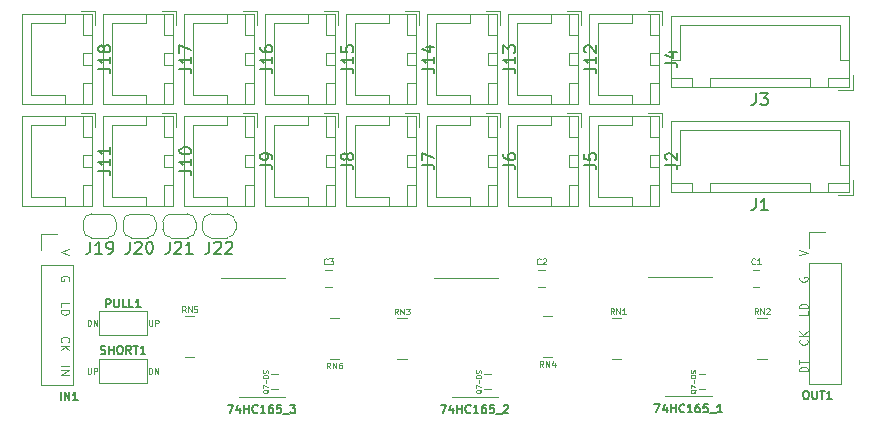
<source format=gbr>
%TF.GenerationSoftware,KiCad,Pcbnew,(5.1.9)-1*%
%TF.CreationDate,2022-02-10T01:20:13+09:00*%
%TF.ProjectId,joystick-input,6a6f7973-7469-4636-9b2d-696e7075742e,rev?*%
%TF.SameCoordinates,Original*%
%TF.FileFunction,Legend,Top*%
%TF.FilePolarity,Positive*%
%FSLAX46Y46*%
G04 Gerber Fmt 4.6, Leading zero omitted, Abs format (unit mm)*
G04 Created by KiCad (PCBNEW (5.1.9)-1) date 2022-02-10 01:20:13*
%MOMM*%
%LPD*%
G01*
G04 APERTURE LIST*
%ADD10C,0.100000*%
%ADD11C,0.120000*%
%ADD12C,0.150000*%
G04 APERTURE END LIST*
D10*
X151380047Y-93767190D02*
X151361000Y-93805285D01*
X151322904Y-93843380D01*
X151265761Y-93900523D01*
X151246714Y-93938619D01*
X151246714Y-93976714D01*
X151341952Y-93957666D02*
X151322904Y-93995761D01*
X151284809Y-94033857D01*
X151208619Y-94052904D01*
X151075285Y-94052904D01*
X150999095Y-94033857D01*
X150961000Y-93995761D01*
X150941952Y-93957666D01*
X150941952Y-93881476D01*
X150961000Y-93843380D01*
X150999095Y-93805285D01*
X151075285Y-93786238D01*
X151208619Y-93786238D01*
X151284809Y-93805285D01*
X151322904Y-93843380D01*
X151341952Y-93881476D01*
X151341952Y-93957666D01*
X150941952Y-93652904D02*
X150941952Y-93386238D01*
X151341952Y-93557666D01*
X151189571Y-93233857D02*
X151189571Y-92929095D01*
X151341952Y-92738619D02*
X150941952Y-92738619D01*
X150941952Y-92643380D01*
X150961000Y-92586238D01*
X150999095Y-92548142D01*
X151037190Y-92529095D01*
X151113380Y-92510047D01*
X151170523Y-92510047D01*
X151246714Y-92529095D01*
X151284809Y-92548142D01*
X151322904Y-92586238D01*
X151341952Y-92643380D01*
X151341952Y-92738619D01*
X151322904Y-92357666D02*
X151341952Y-92300523D01*
X151341952Y-92205285D01*
X151322904Y-92167190D01*
X151303857Y-92148142D01*
X151265761Y-92129095D01*
X151227666Y-92129095D01*
X151189571Y-92148142D01*
X151170523Y-92167190D01*
X151151476Y-92205285D01*
X151132428Y-92281476D01*
X151113380Y-92319571D01*
X151094333Y-92338619D01*
X151056238Y-92357666D01*
X151018142Y-92357666D01*
X150980047Y-92338619D01*
X150961000Y-92319571D01*
X150941952Y-92281476D01*
X150941952Y-92186238D01*
X150961000Y-92129095D01*
X152175285Y-93738619D02*
X151603857Y-93738619D01*
X152175285Y-92443380D02*
X151603857Y-92443380D01*
X133219047Y-93767190D02*
X133200000Y-93805285D01*
X133161904Y-93843380D01*
X133104761Y-93900523D01*
X133085714Y-93938619D01*
X133085714Y-93976714D01*
X133180952Y-93957666D02*
X133161904Y-93995761D01*
X133123809Y-94033857D01*
X133047619Y-94052904D01*
X132914285Y-94052904D01*
X132838095Y-94033857D01*
X132800000Y-93995761D01*
X132780952Y-93957666D01*
X132780952Y-93881476D01*
X132800000Y-93843380D01*
X132838095Y-93805285D01*
X132914285Y-93786238D01*
X133047619Y-93786238D01*
X133123809Y-93805285D01*
X133161904Y-93843380D01*
X133180952Y-93881476D01*
X133180952Y-93957666D01*
X132780952Y-93652904D02*
X132780952Y-93386238D01*
X133180952Y-93557666D01*
X133028571Y-93233857D02*
X133028571Y-92929095D01*
X133180952Y-92738619D02*
X132780952Y-92738619D01*
X132780952Y-92643380D01*
X132800000Y-92586238D01*
X132838095Y-92548142D01*
X132876190Y-92529095D01*
X132952380Y-92510047D01*
X133009523Y-92510047D01*
X133085714Y-92529095D01*
X133123809Y-92548142D01*
X133161904Y-92586238D01*
X133180952Y-92643380D01*
X133180952Y-92738619D01*
X133161904Y-92357666D02*
X133180952Y-92300523D01*
X133180952Y-92205285D01*
X133161904Y-92167190D01*
X133142857Y-92148142D01*
X133104761Y-92129095D01*
X133066666Y-92129095D01*
X133028571Y-92148142D01*
X133009523Y-92167190D01*
X132990476Y-92205285D01*
X132971428Y-92281476D01*
X132952380Y-92319571D01*
X132933333Y-92338619D01*
X132895238Y-92357666D01*
X132857142Y-92357666D01*
X132819047Y-92338619D01*
X132800000Y-92319571D01*
X132780952Y-92281476D01*
X132780952Y-92186238D01*
X132800000Y-92129095D01*
X134014285Y-93738619D02*
X133442857Y-93738619D01*
X134014285Y-92443380D02*
X133442857Y-92443380D01*
X115185047Y-93767190D02*
X115166000Y-93805285D01*
X115127904Y-93843380D01*
X115070761Y-93900523D01*
X115051714Y-93938619D01*
X115051714Y-93976714D01*
X115146952Y-93957666D02*
X115127904Y-93995761D01*
X115089809Y-94033857D01*
X115013619Y-94052904D01*
X114880285Y-94052904D01*
X114804095Y-94033857D01*
X114766000Y-93995761D01*
X114746952Y-93957666D01*
X114746952Y-93881476D01*
X114766000Y-93843380D01*
X114804095Y-93805285D01*
X114880285Y-93786238D01*
X115013619Y-93786238D01*
X115089809Y-93805285D01*
X115127904Y-93843380D01*
X115146952Y-93881476D01*
X115146952Y-93957666D01*
X114746952Y-93652904D02*
X114746952Y-93386238D01*
X115146952Y-93557666D01*
X114994571Y-93233857D02*
X114994571Y-92929095D01*
X115146952Y-92738619D02*
X114746952Y-92738619D01*
X114746952Y-92643380D01*
X114766000Y-92586238D01*
X114804095Y-92548142D01*
X114842190Y-92529095D01*
X114918380Y-92510047D01*
X114975523Y-92510047D01*
X115051714Y-92529095D01*
X115089809Y-92548142D01*
X115127904Y-92586238D01*
X115146952Y-92643380D01*
X115146952Y-92738619D01*
X115127904Y-92357666D02*
X115146952Y-92300523D01*
X115146952Y-92205285D01*
X115127904Y-92167190D01*
X115108857Y-92148142D01*
X115070761Y-92129095D01*
X115032666Y-92129095D01*
X114994571Y-92148142D01*
X114975523Y-92167190D01*
X114956476Y-92205285D01*
X114937428Y-92281476D01*
X114918380Y-92319571D01*
X114899333Y-92338619D01*
X114861238Y-92357666D01*
X114823142Y-92357666D01*
X114785047Y-92338619D01*
X114766000Y-92319571D01*
X114746952Y-92281476D01*
X114746952Y-92186238D01*
X114766000Y-92129095D01*
X115980285Y-93738619D02*
X115408857Y-93738619D01*
X115980285Y-92443380D02*
X115408857Y-92443380D01*
X160844666Y-92222000D02*
X160144666Y-92222000D01*
X160144666Y-92055333D01*
X160178000Y-91955333D01*
X160244666Y-91888666D01*
X160311333Y-91855333D01*
X160444666Y-91822000D01*
X160544666Y-91822000D01*
X160678000Y-91855333D01*
X160744666Y-91888666D01*
X160811333Y-91955333D01*
X160844666Y-92055333D01*
X160844666Y-92222000D01*
X160144666Y-91622000D02*
X160144666Y-91222000D01*
X160844666Y-91422000D02*
X160144666Y-91422000D01*
X160778000Y-89522000D02*
X160811333Y-89555333D01*
X160844666Y-89655333D01*
X160844666Y-89722000D01*
X160811333Y-89822000D01*
X160744666Y-89888666D01*
X160678000Y-89922000D01*
X160544666Y-89955333D01*
X160444666Y-89955333D01*
X160311333Y-89922000D01*
X160244666Y-89888666D01*
X160178000Y-89822000D01*
X160144666Y-89722000D01*
X160144666Y-89655333D01*
X160178000Y-89555333D01*
X160211333Y-89522000D01*
X160844666Y-89222000D02*
X160144666Y-89222000D01*
X160844666Y-88822000D02*
X160444666Y-89122000D01*
X160144666Y-88822000D02*
X160544666Y-89222000D01*
X160844666Y-87122000D02*
X160844666Y-87455333D01*
X160144666Y-87455333D01*
X160844666Y-86888666D02*
X160144666Y-86888666D01*
X160144666Y-86722000D01*
X160178000Y-86622000D01*
X160244666Y-86555333D01*
X160311333Y-86522000D01*
X160444666Y-86488666D01*
X160544666Y-86488666D01*
X160678000Y-86522000D01*
X160744666Y-86555333D01*
X160811333Y-86622000D01*
X160844666Y-86722000D01*
X160844666Y-86888666D01*
X160178000Y-84222000D02*
X160144666Y-84288666D01*
X160144666Y-84388666D01*
X160178000Y-84488666D01*
X160244666Y-84555333D01*
X160311333Y-84588666D01*
X160444666Y-84622000D01*
X160544666Y-84622000D01*
X160678000Y-84588666D01*
X160744666Y-84555333D01*
X160811333Y-84488666D01*
X160844666Y-84388666D01*
X160844666Y-84322000D01*
X160811333Y-84222000D01*
X160778000Y-84188666D01*
X160544666Y-84188666D01*
X160544666Y-84322000D01*
X160144666Y-82388666D02*
X160844666Y-82155333D01*
X160144666Y-81922000D01*
X98300333Y-81865666D02*
X97600333Y-82099000D01*
X98300333Y-82332333D01*
X98267000Y-84532333D02*
X98300333Y-84465666D01*
X98300333Y-84365666D01*
X98267000Y-84265666D01*
X98200333Y-84199000D01*
X98133666Y-84165666D01*
X98000333Y-84132333D01*
X97900333Y-84132333D01*
X97767000Y-84165666D01*
X97700333Y-84199000D01*
X97633666Y-84265666D01*
X97600333Y-84365666D01*
X97600333Y-84432333D01*
X97633666Y-84532333D01*
X97667000Y-84565666D01*
X97900333Y-84565666D01*
X97900333Y-84432333D01*
X97600333Y-86799000D02*
X97600333Y-86465666D01*
X98300333Y-86465666D01*
X97600333Y-87032333D02*
X98300333Y-87032333D01*
X98300333Y-87199000D01*
X98267000Y-87299000D01*
X98200333Y-87365666D01*
X98133666Y-87399000D01*
X98000333Y-87432333D01*
X97900333Y-87432333D01*
X97767000Y-87399000D01*
X97700333Y-87365666D01*
X97633666Y-87299000D01*
X97600333Y-87199000D01*
X97600333Y-87032333D01*
X97667000Y-89732333D02*
X97633666Y-89699000D01*
X97600333Y-89599000D01*
X97600333Y-89532333D01*
X97633666Y-89432333D01*
X97700333Y-89365666D01*
X97767000Y-89332333D01*
X97900333Y-89299000D01*
X98000333Y-89299000D01*
X98133666Y-89332333D01*
X98200333Y-89365666D01*
X98267000Y-89432333D01*
X98300333Y-89532333D01*
X98300333Y-89599000D01*
X98267000Y-89699000D01*
X98233666Y-89732333D01*
X97600333Y-90032333D02*
X98300333Y-90032333D01*
X97600333Y-90432333D02*
X98000333Y-90132333D01*
X98300333Y-90432333D02*
X97900333Y-90032333D01*
X97600333Y-91799000D02*
X98300333Y-91799000D01*
X97600333Y-92132333D02*
X98300333Y-92132333D01*
X97600333Y-92532333D01*
X98300333Y-92532333D01*
D11*
%TO.C,74HC165_1*%
X150749000Y-84221000D02*
X147299000Y-84221000D01*
X150749000Y-84221000D02*
X152699000Y-84221000D01*
X150749000Y-94341000D02*
X148799000Y-94341000D01*
X150749000Y-94341000D02*
X152699000Y-94341000D01*
%TO.C,J22*%
X109598000Y-80183000D02*
X109598000Y-79583000D01*
X111698000Y-80883000D02*
X110298000Y-80883000D01*
X112398000Y-79583000D02*
X112398000Y-80183000D01*
X110298000Y-78883000D02*
X111698000Y-78883000D01*
X109598000Y-79583000D02*
G75*
G02*
X110298000Y-78883000I700000J0D01*
G01*
X110298000Y-80883000D02*
G75*
G02*
X109598000Y-80183000I0J700000D01*
G01*
X112398000Y-80183000D02*
G75*
G02*
X111698000Y-80883000I-700000J0D01*
G01*
X111698000Y-78883000D02*
G75*
G02*
X112398000Y-79583000I0J-700000D01*
G01*
%TO.C,J21*%
X106232500Y-80183000D02*
X106232500Y-79583000D01*
X108332500Y-80883000D02*
X106932500Y-80883000D01*
X109032500Y-79583000D02*
X109032500Y-80183000D01*
X106932500Y-78883000D02*
X108332500Y-78883000D01*
X106232500Y-79583000D02*
G75*
G02*
X106932500Y-78883000I700000J0D01*
G01*
X106932500Y-80883000D02*
G75*
G02*
X106232500Y-80183000I0J700000D01*
G01*
X109032500Y-80183000D02*
G75*
G02*
X108332500Y-80883000I-700000J0D01*
G01*
X108332500Y-78883000D02*
G75*
G02*
X109032500Y-79583000I0J-700000D01*
G01*
%TO.C,J20*%
X102867000Y-80183000D02*
X102867000Y-79583000D01*
X104967000Y-80883000D02*
X103567000Y-80883000D01*
X105667000Y-79583000D02*
X105667000Y-80183000D01*
X103567000Y-78883000D02*
X104967000Y-78883000D01*
X102867000Y-79583000D02*
G75*
G02*
X103567000Y-78883000I700000J0D01*
G01*
X103567000Y-80883000D02*
G75*
G02*
X102867000Y-80183000I0J700000D01*
G01*
X105667000Y-80183000D02*
G75*
G02*
X104967000Y-80883000I-700000J0D01*
G01*
X104967000Y-78883000D02*
G75*
G02*
X105667000Y-79583000I0J-700000D01*
G01*
%TO.C,J19*%
X99501500Y-80183000D02*
X99501500Y-79583000D01*
X101601500Y-80883000D02*
X100201500Y-80883000D01*
X102301500Y-79583000D02*
X102301500Y-80183000D01*
X100201500Y-78883000D02*
X101601500Y-78883000D01*
X99501500Y-79583000D02*
G75*
G02*
X100201500Y-78883000I700000J0D01*
G01*
X100201500Y-80883000D02*
G75*
G02*
X99501500Y-80183000I0J700000D01*
G01*
X102301500Y-80183000D02*
G75*
G02*
X101601500Y-80883000I-700000J0D01*
G01*
X101601500Y-78883000D02*
G75*
G02*
X102301500Y-79583000I0J-700000D01*
G01*
%TO.C,J18*%
X100250000Y-61956000D02*
X94280000Y-61956000D01*
X94280000Y-61956000D02*
X94280000Y-69576000D01*
X94280000Y-69576000D02*
X100250000Y-69576000D01*
X100250000Y-69576000D02*
X100250000Y-61956000D01*
X100240000Y-65266000D02*
X99490000Y-65266000D01*
X99490000Y-65266000D02*
X99490000Y-66266000D01*
X99490000Y-66266000D02*
X100240000Y-66266000D01*
X100240000Y-66266000D02*
X100240000Y-65266000D01*
X100240000Y-61966000D02*
X99490000Y-61966000D01*
X99490000Y-61966000D02*
X99490000Y-63766000D01*
X99490000Y-63766000D02*
X100240000Y-63766000D01*
X100240000Y-63766000D02*
X100240000Y-61966000D01*
X100240000Y-67766000D02*
X99490000Y-67766000D01*
X99490000Y-67766000D02*
X99490000Y-69566000D01*
X99490000Y-69566000D02*
X100240000Y-69566000D01*
X100240000Y-69566000D02*
X100240000Y-67766000D01*
X97990000Y-61966000D02*
X97990000Y-62716000D01*
X97990000Y-62716000D02*
X95040000Y-62716000D01*
X95040000Y-62716000D02*
X95040000Y-65766000D01*
X97990000Y-69566000D02*
X97990000Y-68816000D01*
X97990000Y-68816000D02*
X95040000Y-68816000D01*
X95040000Y-68816000D02*
X95040000Y-65766000D01*
X100540000Y-62916000D02*
X100540000Y-61666000D01*
X100540000Y-61666000D02*
X99290000Y-61666000D01*
%TO.C,J17*%
X107108000Y-61956000D02*
X101138000Y-61956000D01*
X101138000Y-61956000D02*
X101138000Y-69576000D01*
X101138000Y-69576000D02*
X107108000Y-69576000D01*
X107108000Y-69576000D02*
X107108000Y-61956000D01*
X107098000Y-65266000D02*
X106348000Y-65266000D01*
X106348000Y-65266000D02*
X106348000Y-66266000D01*
X106348000Y-66266000D02*
X107098000Y-66266000D01*
X107098000Y-66266000D02*
X107098000Y-65266000D01*
X107098000Y-61966000D02*
X106348000Y-61966000D01*
X106348000Y-61966000D02*
X106348000Y-63766000D01*
X106348000Y-63766000D02*
X107098000Y-63766000D01*
X107098000Y-63766000D02*
X107098000Y-61966000D01*
X107098000Y-67766000D02*
X106348000Y-67766000D01*
X106348000Y-67766000D02*
X106348000Y-69566000D01*
X106348000Y-69566000D02*
X107098000Y-69566000D01*
X107098000Y-69566000D02*
X107098000Y-67766000D01*
X104848000Y-61966000D02*
X104848000Y-62716000D01*
X104848000Y-62716000D02*
X101898000Y-62716000D01*
X101898000Y-62716000D02*
X101898000Y-65766000D01*
X104848000Y-69566000D02*
X104848000Y-68816000D01*
X104848000Y-68816000D02*
X101898000Y-68816000D01*
X101898000Y-68816000D02*
X101898000Y-65766000D01*
X107398000Y-62916000D02*
X107398000Y-61666000D01*
X107398000Y-61666000D02*
X106148000Y-61666000D01*
%TO.C,J16*%
X113966000Y-61956000D02*
X107996000Y-61956000D01*
X107996000Y-61956000D02*
X107996000Y-69576000D01*
X107996000Y-69576000D02*
X113966000Y-69576000D01*
X113966000Y-69576000D02*
X113966000Y-61956000D01*
X113956000Y-65266000D02*
X113206000Y-65266000D01*
X113206000Y-65266000D02*
X113206000Y-66266000D01*
X113206000Y-66266000D02*
X113956000Y-66266000D01*
X113956000Y-66266000D02*
X113956000Y-65266000D01*
X113956000Y-61966000D02*
X113206000Y-61966000D01*
X113206000Y-61966000D02*
X113206000Y-63766000D01*
X113206000Y-63766000D02*
X113956000Y-63766000D01*
X113956000Y-63766000D02*
X113956000Y-61966000D01*
X113956000Y-67766000D02*
X113206000Y-67766000D01*
X113206000Y-67766000D02*
X113206000Y-69566000D01*
X113206000Y-69566000D02*
X113956000Y-69566000D01*
X113956000Y-69566000D02*
X113956000Y-67766000D01*
X111706000Y-61966000D02*
X111706000Y-62716000D01*
X111706000Y-62716000D02*
X108756000Y-62716000D01*
X108756000Y-62716000D02*
X108756000Y-65766000D01*
X111706000Y-69566000D02*
X111706000Y-68816000D01*
X111706000Y-68816000D02*
X108756000Y-68816000D01*
X108756000Y-68816000D02*
X108756000Y-65766000D01*
X114256000Y-62916000D02*
X114256000Y-61666000D01*
X114256000Y-61666000D02*
X113006000Y-61666000D01*
%TO.C,J15*%
X120824000Y-61956000D02*
X114854000Y-61956000D01*
X114854000Y-61956000D02*
X114854000Y-69576000D01*
X114854000Y-69576000D02*
X120824000Y-69576000D01*
X120824000Y-69576000D02*
X120824000Y-61956000D01*
X120814000Y-65266000D02*
X120064000Y-65266000D01*
X120064000Y-65266000D02*
X120064000Y-66266000D01*
X120064000Y-66266000D02*
X120814000Y-66266000D01*
X120814000Y-66266000D02*
X120814000Y-65266000D01*
X120814000Y-61966000D02*
X120064000Y-61966000D01*
X120064000Y-61966000D02*
X120064000Y-63766000D01*
X120064000Y-63766000D02*
X120814000Y-63766000D01*
X120814000Y-63766000D02*
X120814000Y-61966000D01*
X120814000Y-67766000D02*
X120064000Y-67766000D01*
X120064000Y-67766000D02*
X120064000Y-69566000D01*
X120064000Y-69566000D02*
X120814000Y-69566000D01*
X120814000Y-69566000D02*
X120814000Y-67766000D01*
X118564000Y-61966000D02*
X118564000Y-62716000D01*
X118564000Y-62716000D02*
X115614000Y-62716000D01*
X115614000Y-62716000D02*
X115614000Y-65766000D01*
X118564000Y-69566000D02*
X118564000Y-68816000D01*
X118564000Y-68816000D02*
X115614000Y-68816000D01*
X115614000Y-68816000D02*
X115614000Y-65766000D01*
X121114000Y-62916000D02*
X121114000Y-61666000D01*
X121114000Y-61666000D02*
X119864000Y-61666000D01*
%TO.C,J14*%
X127682000Y-61956000D02*
X121712000Y-61956000D01*
X121712000Y-61956000D02*
X121712000Y-69576000D01*
X121712000Y-69576000D02*
X127682000Y-69576000D01*
X127682000Y-69576000D02*
X127682000Y-61956000D01*
X127672000Y-65266000D02*
X126922000Y-65266000D01*
X126922000Y-65266000D02*
X126922000Y-66266000D01*
X126922000Y-66266000D02*
X127672000Y-66266000D01*
X127672000Y-66266000D02*
X127672000Y-65266000D01*
X127672000Y-61966000D02*
X126922000Y-61966000D01*
X126922000Y-61966000D02*
X126922000Y-63766000D01*
X126922000Y-63766000D02*
X127672000Y-63766000D01*
X127672000Y-63766000D02*
X127672000Y-61966000D01*
X127672000Y-67766000D02*
X126922000Y-67766000D01*
X126922000Y-67766000D02*
X126922000Y-69566000D01*
X126922000Y-69566000D02*
X127672000Y-69566000D01*
X127672000Y-69566000D02*
X127672000Y-67766000D01*
X125422000Y-61966000D02*
X125422000Y-62716000D01*
X125422000Y-62716000D02*
X122472000Y-62716000D01*
X122472000Y-62716000D02*
X122472000Y-65766000D01*
X125422000Y-69566000D02*
X125422000Y-68816000D01*
X125422000Y-68816000D02*
X122472000Y-68816000D01*
X122472000Y-68816000D02*
X122472000Y-65766000D01*
X127972000Y-62916000D02*
X127972000Y-61666000D01*
X127972000Y-61666000D02*
X126722000Y-61666000D01*
%TO.C,J13*%
X134540000Y-61956000D02*
X128570000Y-61956000D01*
X128570000Y-61956000D02*
X128570000Y-69576000D01*
X128570000Y-69576000D02*
X134540000Y-69576000D01*
X134540000Y-69576000D02*
X134540000Y-61956000D01*
X134530000Y-65266000D02*
X133780000Y-65266000D01*
X133780000Y-65266000D02*
X133780000Y-66266000D01*
X133780000Y-66266000D02*
X134530000Y-66266000D01*
X134530000Y-66266000D02*
X134530000Y-65266000D01*
X134530000Y-61966000D02*
X133780000Y-61966000D01*
X133780000Y-61966000D02*
X133780000Y-63766000D01*
X133780000Y-63766000D02*
X134530000Y-63766000D01*
X134530000Y-63766000D02*
X134530000Y-61966000D01*
X134530000Y-67766000D02*
X133780000Y-67766000D01*
X133780000Y-67766000D02*
X133780000Y-69566000D01*
X133780000Y-69566000D02*
X134530000Y-69566000D01*
X134530000Y-69566000D02*
X134530000Y-67766000D01*
X132280000Y-61966000D02*
X132280000Y-62716000D01*
X132280000Y-62716000D02*
X129330000Y-62716000D01*
X129330000Y-62716000D02*
X129330000Y-65766000D01*
X132280000Y-69566000D02*
X132280000Y-68816000D01*
X132280000Y-68816000D02*
X129330000Y-68816000D01*
X129330000Y-68816000D02*
X129330000Y-65766000D01*
X134830000Y-62916000D02*
X134830000Y-61666000D01*
X134830000Y-61666000D02*
X133580000Y-61666000D01*
%TO.C,J12*%
X141398000Y-61956000D02*
X135428000Y-61956000D01*
X135428000Y-61956000D02*
X135428000Y-69576000D01*
X135428000Y-69576000D02*
X141398000Y-69576000D01*
X141398000Y-69576000D02*
X141398000Y-61956000D01*
X141388000Y-65266000D02*
X140638000Y-65266000D01*
X140638000Y-65266000D02*
X140638000Y-66266000D01*
X140638000Y-66266000D02*
X141388000Y-66266000D01*
X141388000Y-66266000D02*
X141388000Y-65266000D01*
X141388000Y-61966000D02*
X140638000Y-61966000D01*
X140638000Y-61966000D02*
X140638000Y-63766000D01*
X140638000Y-63766000D02*
X141388000Y-63766000D01*
X141388000Y-63766000D02*
X141388000Y-61966000D01*
X141388000Y-67766000D02*
X140638000Y-67766000D01*
X140638000Y-67766000D02*
X140638000Y-69566000D01*
X140638000Y-69566000D02*
X141388000Y-69566000D01*
X141388000Y-69566000D02*
X141388000Y-67766000D01*
X139138000Y-61966000D02*
X139138000Y-62716000D01*
X139138000Y-62716000D02*
X136188000Y-62716000D01*
X136188000Y-62716000D02*
X136188000Y-65766000D01*
X139138000Y-69566000D02*
X139138000Y-68816000D01*
X139138000Y-68816000D02*
X136188000Y-68816000D01*
X136188000Y-68816000D02*
X136188000Y-65766000D01*
X141688000Y-62916000D02*
X141688000Y-61666000D01*
X141688000Y-61666000D02*
X140438000Y-61666000D01*
%TO.C,J11*%
X100250000Y-70592000D02*
X94280000Y-70592000D01*
X94280000Y-70592000D02*
X94280000Y-78212000D01*
X94280000Y-78212000D02*
X100250000Y-78212000D01*
X100250000Y-78212000D02*
X100250000Y-70592000D01*
X100240000Y-73902000D02*
X99490000Y-73902000D01*
X99490000Y-73902000D02*
X99490000Y-74902000D01*
X99490000Y-74902000D02*
X100240000Y-74902000D01*
X100240000Y-74902000D02*
X100240000Y-73902000D01*
X100240000Y-70602000D02*
X99490000Y-70602000D01*
X99490000Y-70602000D02*
X99490000Y-72402000D01*
X99490000Y-72402000D02*
X100240000Y-72402000D01*
X100240000Y-72402000D02*
X100240000Y-70602000D01*
X100240000Y-76402000D02*
X99490000Y-76402000D01*
X99490000Y-76402000D02*
X99490000Y-78202000D01*
X99490000Y-78202000D02*
X100240000Y-78202000D01*
X100240000Y-78202000D02*
X100240000Y-76402000D01*
X97990000Y-70602000D02*
X97990000Y-71352000D01*
X97990000Y-71352000D02*
X95040000Y-71352000D01*
X95040000Y-71352000D02*
X95040000Y-74402000D01*
X97990000Y-78202000D02*
X97990000Y-77452000D01*
X97990000Y-77452000D02*
X95040000Y-77452000D01*
X95040000Y-77452000D02*
X95040000Y-74402000D01*
X100540000Y-71552000D02*
X100540000Y-70302000D01*
X100540000Y-70302000D02*
X99290000Y-70302000D01*
%TO.C,J10*%
X107108000Y-70592000D02*
X101138000Y-70592000D01*
X101138000Y-70592000D02*
X101138000Y-78212000D01*
X101138000Y-78212000D02*
X107108000Y-78212000D01*
X107108000Y-78212000D02*
X107108000Y-70592000D01*
X107098000Y-73902000D02*
X106348000Y-73902000D01*
X106348000Y-73902000D02*
X106348000Y-74902000D01*
X106348000Y-74902000D02*
X107098000Y-74902000D01*
X107098000Y-74902000D02*
X107098000Y-73902000D01*
X107098000Y-70602000D02*
X106348000Y-70602000D01*
X106348000Y-70602000D02*
X106348000Y-72402000D01*
X106348000Y-72402000D02*
X107098000Y-72402000D01*
X107098000Y-72402000D02*
X107098000Y-70602000D01*
X107098000Y-76402000D02*
X106348000Y-76402000D01*
X106348000Y-76402000D02*
X106348000Y-78202000D01*
X106348000Y-78202000D02*
X107098000Y-78202000D01*
X107098000Y-78202000D02*
X107098000Y-76402000D01*
X104848000Y-70602000D02*
X104848000Y-71352000D01*
X104848000Y-71352000D02*
X101898000Y-71352000D01*
X101898000Y-71352000D02*
X101898000Y-74402000D01*
X104848000Y-78202000D02*
X104848000Y-77452000D01*
X104848000Y-77452000D02*
X101898000Y-77452000D01*
X101898000Y-77452000D02*
X101898000Y-74402000D01*
X107398000Y-71552000D02*
X107398000Y-70302000D01*
X107398000Y-70302000D02*
X106148000Y-70302000D01*
%TO.C,J9*%
X113966000Y-70592000D02*
X107996000Y-70592000D01*
X107996000Y-70592000D02*
X107996000Y-78212000D01*
X107996000Y-78212000D02*
X113966000Y-78212000D01*
X113966000Y-78212000D02*
X113966000Y-70592000D01*
X113956000Y-73902000D02*
X113206000Y-73902000D01*
X113206000Y-73902000D02*
X113206000Y-74902000D01*
X113206000Y-74902000D02*
X113956000Y-74902000D01*
X113956000Y-74902000D02*
X113956000Y-73902000D01*
X113956000Y-70602000D02*
X113206000Y-70602000D01*
X113206000Y-70602000D02*
X113206000Y-72402000D01*
X113206000Y-72402000D02*
X113956000Y-72402000D01*
X113956000Y-72402000D02*
X113956000Y-70602000D01*
X113956000Y-76402000D02*
X113206000Y-76402000D01*
X113206000Y-76402000D02*
X113206000Y-78202000D01*
X113206000Y-78202000D02*
X113956000Y-78202000D01*
X113956000Y-78202000D02*
X113956000Y-76402000D01*
X111706000Y-70602000D02*
X111706000Y-71352000D01*
X111706000Y-71352000D02*
X108756000Y-71352000D01*
X108756000Y-71352000D02*
X108756000Y-74402000D01*
X111706000Y-78202000D02*
X111706000Y-77452000D01*
X111706000Y-77452000D02*
X108756000Y-77452000D01*
X108756000Y-77452000D02*
X108756000Y-74402000D01*
X114256000Y-71552000D02*
X114256000Y-70302000D01*
X114256000Y-70302000D02*
X113006000Y-70302000D01*
%TO.C,J8*%
X120824000Y-70592000D02*
X114854000Y-70592000D01*
X114854000Y-70592000D02*
X114854000Y-78212000D01*
X114854000Y-78212000D02*
X120824000Y-78212000D01*
X120824000Y-78212000D02*
X120824000Y-70592000D01*
X120814000Y-73902000D02*
X120064000Y-73902000D01*
X120064000Y-73902000D02*
X120064000Y-74902000D01*
X120064000Y-74902000D02*
X120814000Y-74902000D01*
X120814000Y-74902000D02*
X120814000Y-73902000D01*
X120814000Y-70602000D02*
X120064000Y-70602000D01*
X120064000Y-70602000D02*
X120064000Y-72402000D01*
X120064000Y-72402000D02*
X120814000Y-72402000D01*
X120814000Y-72402000D02*
X120814000Y-70602000D01*
X120814000Y-76402000D02*
X120064000Y-76402000D01*
X120064000Y-76402000D02*
X120064000Y-78202000D01*
X120064000Y-78202000D02*
X120814000Y-78202000D01*
X120814000Y-78202000D02*
X120814000Y-76402000D01*
X118564000Y-70602000D02*
X118564000Y-71352000D01*
X118564000Y-71352000D02*
X115614000Y-71352000D01*
X115614000Y-71352000D02*
X115614000Y-74402000D01*
X118564000Y-78202000D02*
X118564000Y-77452000D01*
X118564000Y-77452000D02*
X115614000Y-77452000D01*
X115614000Y-77452000D02*
X115614000Y-74402000D01*
X121114000Y-71552000D02*
X121114000Y-70302000D01*
X121114000Y-70302000D02*
X119864000Y-70302000D01*
%TO.C,J7*%
X127682000Y-70592000D02*
X121712000Y-70592000D01*
X121712000Y-70592000D02*
X121712000Y-78212000D01*
X121712000Y-78212000D02*
X127682000Y-78212000D01*
X127682000Y-78212000D02*
X127682000Y-70592000D01*
X127672000Y-73902000D02*
X126922000Y-73902000D01*
X126922000Y-73902000D02*
X126922000Y-74902000D01*
X126922000Y-74902000D02*
X127672000Y-74902000D01*
X127672000Y-74902000D02*
X127672000Y-73902000D01*
X127672000Y-70602000D02*
X126922000Y-70602000D01*
X126922000Y-70602000D02*
X126922000Y-72402000D01*
X126922000Y-72402000D02*
X127672000Y-72402000D01*
X127672000Y-72402000D02*
X127672000Y-70602000D01*
X127672000Y-76402000D02*
X126922000Y-76402000D01*
X126922000Y-76402000D02*
X126922000Y-78202000D01*
X126922000Y-78202000D02*
X127672000Y-78202000D01*
X127672000Y-78202000D02*
X127672000Y-76402000D01*
X125422000Y-70602000D02*
X125422000Y-71352000D01*
X125422000Y-71352000D02*
X122472000Y-71352000D01*
X122472000Y-71352000D02*
X122472000Y-74402000D01*
X125422000Y-78202000D02*
X125422000Y-77452000D01*
X125422000Y-77452000D02*
X122472000Y-77452000D01*
X122472000Y-77452000D02*
X122472000Y-74402000D01*
X127972000Y-71552000D02*
X127972000Y-70302000D01*
X127972000Y-70302000D02*
X126722000Y-70302000D01*
%TO.C,J6*%
X134540000Y-70592000D02*
X128570000Y-70592000D01*
X128570000Y-70592000D02*
X128570000Y-78212000D01*
X128570000Y-78212000D02*
X134540000Y-78212000D01*
X134540000Y-78212000D02*
X134540000Y-70592000D01*
X134530000Y-73902000D02*
X133780000Y-73902000D01*
X133780000Y-73902000D02*
X133780000Y-74902000D01*
X133780000Y-74902000D02*
X134530000Y-74902000D01*
X134530000Y-74902000D02*
X134530000Y-73902000D01*
X134530000Y-70602000D02*
X133780000Y-70602000D01*
X133780000Y-70602000D02*
X133780000Y-72402000D01*
X133780000Y-72402000D02*
X134530000Y-72402000D01*
X134530000Y-72402000D02*
X134530000Y-70602000D01*
X134530000Y-76402000D02*
X133780000Y-76402000D01*
X133780000Y-76402000D02*
X133780000Y-78202000D01*
X133780000Y-78202000D02*
X134530000Y-78202000D01*
X134530000Y-78202000D02*
X134530000Y-76402000D01*
X132280000Y-70602000D02*
X132280000Y-71352000D01*
X132280000Y-71352000D02*
X129330000Y-71352000D01*
X129330000Y-71352000D02*
X129330000Y-74402000D01*
X132280000Y-78202000D02*
X132280000Y-77452000D01*
X132280000Y-77452000D02*
X129330000Y-77452000D01*
X129330000Y-77452000D02*
X129330000Y-74402000D01*
X134830000Y-71552000D02*
X134830000Y-70302000D01*
X134830000Y-70302000D02*
X133580000Y-70302000D01*
%TO.C,J5*%
X141398000Y-70592000D02*
X135428000Y-70592000D01*
X135428000Y-70592000D02*
X135428000Y-78212000D01*
X135428000Y-78212000D02*
X141398000Y-78212000D01*
X141398000Y-78212000D02*
X141398000Y-70592000D01*
X141388000Y-73902000D02*
X140638000Y-73902000D01*
X140638000Y-73902000D02*
X140638000Y-74902000D01*
X140638000Y-74902000D02*
X141388000Y-74902000D01*
X141388000Y-74902000D02*
X141388000Y-73902000D01*
X141388000Y-70602000D02*
X140638000Y-70602000D01*
X140638000Y-70602000D02*
X140638000Y-72402000D01*
X140638000Y-72402000D02*
X141388000Y-72402000D01*
X141388000Y-72402000D02*
X141388000Y-70602000D01*
X141388000Y-76402000D02*
X140638000Y-76402000D01*
X140638000Y-76402000D02*
X140638000Y-78202000D01*
X140638000Y-78202000D02*
X141388000Y-78202000D01*
X141388000Y-78202000D02*
X141388000Y-76402000D01*
X139138000Y-70602000D02*
X139138000Y-71352000D01*
X139138000Y-71352000D02*
X136188000Y-71352000D01*
X136188000Y-71352000D02*
X136188000Y-74402000D01*
X139138000Y-78202000D02*
X139138000Y-77452000D01*
X139138000Y-77452000D02*
X136188000Y-77452000D01*
X136188000Y-77452000D02*
X136188000Y-74402000D01*
X141688000Y-71552000D02*
X141688000Y-70302000D01*
X141688000Y-70302000D02*
X140438000Y-70302000D01*
%TO.C,J4*%
X148256000Y-61956000D02*
X142286000Y-61956000D01*
X142286000Y-61956000D02*
X142286000Y-69576000D01*
X142286000Y-69576000D02*
X148256000Y-69576000D01*
X148256000Y-69576000D02*
X148256000Y-61956000D01*
X148246000Y-65266000D02*
X147496000Y-65266000D01*
X147496000Y-65266000D02*
X147496000Y-66266000D01*
X147496000Y-66266000D02*
X148246000Y-66266000D01*
X148246000Y-66266000D02*
X148246000Y-65266000D01*
X148246000Y-61966000D02*
X147496000Y-61966000D01*
X147496000Y-61966000D02*
X147496000Y-63766000D01*
X147496000Y-63766000D02*
X148246000Y-63766000D01*
X148246000Y-63766000D02*
X148246000Y-61966000D01*
X148246000Y-67766000D02*
X147496000Y-67766000D01*
X147496000Y-67766000D02*
X147496000Y-69566000D01*
X147496000Y-69566000D02*
X148246000Y-69566000D01*
X148246000Y-69566000D02*
X148246000Y-67766000D01*
X145996000Y-61966000D02*
X145996000Y-62716000D01*
X145996000Y-62716000D02*
X143046000Y-62716000D01*
X143046000Y-62716000D02*
X143046000Y-65766000D01*
X145996000Y-69566000D02*
X145996000Y-68816000D01*
X145996000Y-68816000D02*
X143046000Y-68816000D01*
X143046000Y-68816000D02*
X143046000Y-65766000D01*
X148546000Y-62916000D02*
X148546000Y-61666000D01*
X148546000Y-61666000D02*
X147296000Y-61666000D01*
%TO.C,J3*%
X164358000Y-68119000D02*
X164358000Y-62149000D01*
X164358000Y-62149000D02*
X149238000Y-62149000D01*
X149238000Y-62149000D02*
X149238000Y-68119000D01*
X149238000Y-68119000D02*
X164358000Y-68119000D01*
X161048000Y-68109000D02*
X161048000Y-67359000D01*
X161048000Y-67359000D02*
X152548000Y-67359000D01*
X152548000Y-67359000D02*
X152548000Y-68109000D01*
X152548000Y-68109000D02*
X161048000Y-68109000D01*
X164348000Y-68109000D02*
X164348000Y-67359000D01*
X164348000Y-67359000D02*
X162548000Y-67359000D01*
X162548000Y-67359000D02*
X162548000Y-68109000D01*
X162548000Y-68109000D02*
X164348000Y-68109000D01*
X151048000Y-68109000D02*
X151048000Y-67359000D01*
X151048000Y-67359000D02*
X149248000Y-67359000D01*
X149248000Y-67359000D02*
X149248000Y-68109000D01*
X149248000Y-68109000D02*
X151048000Y-68109000D01*
X164348000Y-65859000D02*
X163598000Y-65859000D01*
X163598000Y-65859000D02*
X163598000Y-62909000D01*
X163598000Y-62909000D02*
X156798000Y-62909000D01*
X149248000Y-65859000D02*
X149998000Y-65859000D01*
X149998000Y-65859000D02*
X149998000Y-62909000D01*
X149998000Y-62909000D02*
X156798000Y-62909000D01*
X163398000Y-68409000D02*
X164648000Y-68409000D01*
X164648000Y-68409000D02*
X164648000Y-67159000D01*
%TO.C,J2*%
X148256000Y-70592000D02*
X142286000Y-70592000D01*
X142286000Y-70592000D02*
X142286000Y-78212000D01*
X142286000Y-78212000D02*
X148256000Y-78212000D01*
X148256000Y-78212000D02*
X148256000Y-70592000D01*
X148246000Y-73902000D02*
X147496000Y-73902000D01*
X147496000Y-73902000D02*
X147496000Y-74902000D01*
X147496000Y-74902000D02*
X148246000Y-74902000D01*
X148246000Y-74902000D02*
X148246000Y-73902000D01*
X148246000Y-70602000D02*
X147496000Y-70602000D01*
X147496000Y-70602000D02*
X147496000Y-72402000D01*
X147496000Y-72402000D02*
X148246000Y-72402000D01*
X148246000Y-72402000D02*
X148246000Y-70602000D01*
X148246000Y-76402000D02*
X147496000Y-76402000D01*
X147496000Y-76402000D02*
X147496000Y-78202000D01*
X147496000Y-78202000D02*
X148246000Y-78202000D01*
X148246000Y-78202000D02*
X148246000Y-76402000D01*
X145996000Y-70602000D02*
X145996000Y-71352000D01*
X145996000Y-71352000D02*
X143046000Y-71352000D01*
X143046000Y-71352000D02*
X143046000Y-74402000D01*
X145996000Y-78202000D02*
X145996000Y-77452000D01*
X145996000Y-77452000D02*
X143046000Y-77452000D01*
X143046000Y-77452000D02*
X143046000Y-74402000D01*
X148546000Y-71552000D02*
X148546000Y-70302000D01*
X148546000Y-70302000D02*
X147296000Y-70302000D01*
%TO.C,J1*%
X164358000Y-77009000D02*
X164358000Y-71039000D01*
X164358000Y-71039000D02*
X149238000Y-71039000D01*
X149238000Y-71039000D02*
X149238000Y-77009000D01*
X149238000Y-77009000D02*
X164358000Y-77009000D01*
X161048000Y-76999000D02*
X161048000Y-76249000D01*
X161048000Y-76249000D02*
X152548000Y-76249000D01*
X152548000Y-76249000D02*
X152548000Y-76999000D01*
X152548000Y-76999000D02*
X161048000Y-76999000D01*
X164348000Y-76999000D02*
X164348000Y-76249000D01*
X164348000Y-76249000D02*
X162548000Y-76249000D01*
X162548000Y-76249000D02*
X162548000Y-76999000D01*
X162548000Y-76999000D02*
X164348000Y-76999000D01*
X151048000Y-76999000D02*
X151048000Y-76249000D01*
X151048000Y-76249000D02*
X149248000Y-76249000D01*
X149248000Y-76249000D02*
X149248000Y-76999000D01*
X149248000Y-76999000D02*
X151048000Y-76999000D01*
X164348000Y-74749000D02*
X163598000Y-74749000D01*
X163598000Y-74749000D02*
X163598000Y-71799000D01*
X163598000Y-71799000D02*
X156798000Y-71799000D01*
X149248000Y-74749000D02*
X149998000Y-74749000D01*
X149998000Y-74749000D02*
X149998000Y-71799000D01*
X149998000Y-71799000D02*
X156798000Y-71799000D01*
X163398000Y-77299000D02*
X164648000Y-77299000D01*
X164648000Y-77299000D02*
X164648000Y-76049000D01*
%TO.C,C3*%
X120007748Y-83593000D02*
X120530252Y-83593000D01*
X120007748Y-85063000D02*
X120530252Y-85063000D01*
%TO.C,C2*%
X138041748Y-83593000D02*
X138564252Y-83593000D01*
X138041748Y-85063000D02*
X138564252Y-85063000D01*
%TO.C,C1*%
X156202748Y-83593000D02*
X156725252Y-83593000D01*
X156202748Y-85063000D02*
X156725252Y-85063000D01*
%TO.C,OUT1*%
X160976000Y-80458000D02*
X162306000Y-80458000D01*
X160976000Y-81788000D02*
X160976000Y-80458000D01*
X160976000Y-83058000D02*
X163636000Y-83058000D01*
X163636000Y-83058000D02*
X163636000Y-93278000D01*
X160976000Y-83058000D02*
X160976000Y-93278000D01*
X160976000Y-93278000D02*
X163636000Y-93278000D01*
%TO.C,IN1*%
X95952000Y-80585000D02*
X97282000Y-80585000D01*
X95952000Y-81915000D02*
X95952000Y-80585000D01*
X95952000Y-83185000D02*
X98612000Y-83185000D01*
X98612000Y-83185000D02*
X98612000Y-93405000D01*
X95952000Y-83185000D02*
X95952000Y-93405000D01*
X95952000Y-93405000D02*
X98612000Y-93405000D01*
%TO.C,RN1*%
X145053000Y-91128000D02*
X144253000Y-91128000D01*
X145053000Y-87688000D02*
X144253000Y-87688000D01*
%TO.C,RN2*%
X156572000Y-91128000D02*
X157372000Y-91128000D01*
X156572000Y-87688000D02*
X157372000Y-87688000D01*
%TO.C,SHORT1*%
X104920000Y-93202000D02*
X100820000Y-93202000D01*
X100820000Y-93202000D02*
X100820000Y-91202000D01*
X100820000Y-91202000D02*
X104920000Y-91202000D01*
X104920000Y-91202000D02*
X104920000Y-93202000D01*
%TO.C,PULL1*%
X104920000Y-89138000D02*
X100820000Y-89138000D01*
X100820000Y-89138000D02*
X100820000Y-87138000D01*
X100820000Y-87138000D02*
X104920000Y-87138000D01*
X104920000Y-87138000D02*
X104920000Y-89138000D01*
%TO.C,RN3*%
X126892000Y-87688000D02*
X126092000Y-87688000D01*
X126892000Y-91128000D02*
X126092000Y-91128000D01*
%TO.C,RN4*%
X138411000Y-91001000D02*
X139211000Y-91001000D01*
X138411000Y-87561000D02*
X139211000Y-87561000D01*
%TO.C,RN5*%
X108921500Y-87561000D02*
X108121500Y-87561000D01*
X108921500Y-91001000D02*
X108121500Y-91001000D01*
%TO.C,RN6*%
X120377000Y-91128000D02*
X121177000Y-91128000D01*
X120377000Y-87688000D02*
X121177000Y-87688000D01*
%TO.C,74HC165_3*%
X114617500Y-94404500D02*
X116567500Y-94404500D01*
X114617500Y-94404500D02*
X112667500Y-94404500D01*
X114617500Y-84284500D02*
X116567500Y-84284500D01*
X114617500Y-84284500D02*
X111167500Y-84284500D01*
%TO.C,74HC165_2*%
X132651500Y-84284500D02*
X129201500Y-84284500D01*
X132651500Y-84284500D02*
X134601500Y-84284500D01*
X132651500Y-94404500D02*
X130701500Y-94404500D01*
X132651500Y-94404500D02*
X134601500Y-94404500D01*
%TO.C,74HC165_1*%
D12*
X147865666Y-94993666D02*
X148332333Y-94993666D01*
X148032333Y-95693666D01*
X148899000Y-95227000D02*
X148899000Y-95693666D01*
X148732333Y-94960333D02*
X148565666Y-95460333D01*
X148999000Y-95460333D01*
X149265666Y-95693666D02*
X149265666Y-94993666D01*
X149265666Y-95327000D02*
X149665666Y-95327000D01*
X149665666Y-95693666D02*
X149665666Y-94993666D01*
X150399000Y-95627000D02*
X150365666Y-95660333D01*
X150265666Y-95693666D01*
X150199000Y-95693666D01*
X150099000Y-95660333D01*
X150032333Y-95593666D01*
X149999000Y-95527000D01*
X149965666Y-95393666D01*
X149965666Y-95293666D01*
X149999000Y-95160333D01*
X150032333Y-95093666D01*
X150099000Y-95027000D01*
X150199000Y-94993666D01*
X150265666Y-94993666D01*
X150365666Y-95027000D01*
X150399000Y-95060333D01*
X151065666Y-95693666D02*
X150665666Y-95693666D01*
X150865666Y-95693666D02*
X150865666Y-94993666D01*
X150799000Y-95093666D01*
X150732333Y-95160333D01*
X150665666Y-95193666D01*
X151665666Y-94993666D02*
X151532333Y-94993666D01*
X151465666Y-95027000D01*
X151432333Y-95060333D01*
X151365666Y-95160333D01*
X151332333Y-95293666D01*
X151332333Y-95560333D01*
X151365666Y-95627000D01*
X151399000Y-95660333D01*
X151465666Y-95693666D01*
X151599000Y-95693666D01*
X151665666Y-95660333D01*
X151699000Y-95627000D01*
X151732333Y-95560333D01*
X151732333Y-95393666D01*
X151699000Y-95327000D01*
X151665666Y-95293666D01*
X151599000Y-95260333D01*
X151465666Y-95260333D01*
X151399000Y-95293666D01*
X151365666Y-95327000D01*
X151332333Y-95393666D01*
X152365666Y-94993666D02*
X152032333Y-94993666D01*
X151999000Y-95327000D01*
X152032333Y-95293666D01*
X152099000Y-95260333D01*
X152265666Y-95260333D01*
X152332333Y-95293666D01*
X152365666Y-95327000D01*
X152399000Y-95393666D01*
X152399000Y-95560333D01*
X152365666Y-95627000D01*
X152332333Y-95660333D01*
X152265666Y-95693666D01*
X152099000Y-95693666D01*
X152032333Y-95660333D01*
X151999000Y-95627000D01*
X152532333Y-95760333D02*
X153065666Y-95760333D01*
X153599000Y-95693666D02*
X153199000Y-95693666D01*
X153399000Y-95693666D02*
X153399000Y-94993666D01*
X153332333Y-95093666D01*
X153265666Y-95160333D01*
X153199000Y-95193666D01*
%TO.C,J22*%
X110188476Y-81240380D02*
X110188476Y-81954666D01*
X110140857Y-82097523D01*
X110045619Y-82192761D01*
X109902761Y-82240380D01*
X109807523Y-82240380D01*
X110617047Y-81335619D02*
X110664666Y-81288000D01*
X110759904Y-81240380D01*
X110998000Y-81240380D01*
X111093238Y-81288000D01*
X111140857Y-81335619D01*
X111188476Y-81430857D01*
X111188476Y-81526095D01*
X111140857Y-81668952D01*
X110569428Y-82240380D01*
X111188476Y-82240380D01*
X111569428Y-81335619D02*
X111617047Y-81288000D01*
X111712285Y-81240380D01*
X111950380Y-81240380D01*
X112045619Y-81288000D01*
X112093238Y-81335619D01*
X112140857Y-81430857D01*
X112140857Y-81526095D01*
X112093238Y-81668952D01*
X111521809Y-82240380D01*
X112140857Y-82240380D01*
%TO.C,J21*%
X106822976Y-81240380D02*
X106822976Y-81954666D01*
X106775357Y-82097523D01*
X106680119Y-82192761D01*
X106537261Y-82240380D01*
X106442023Y-82240380D01*
X107251547Y-81335619D02*
X107299166Y-81288000D01*
X107394404Y-81240380D01*
X107632500Y-81240380D01*
X107727738Y-81288000D01*
X107775357Y-81335619D01*
X107822976Y-81430857D01*
X107822976Y-81526095D01*
X107775357Y-81668952D01*
X107203928Y-82240380D01*
X107822976Y-82240380D01*
X108775357Y-82240380D02*
X108203928Y-82240380D01*
X108489642Y-82240380D02*
X108489642Y-81240380D01*
X108394404Y-81383238D01*
X108299166Y-81478476D01*
X108203928Y-81526095D01*
%TO.C,J20*%
X103457476Y-81240380D02*
X103457476Y-81954666D01*
X103409857Y-82097523D01*
X103314619Y-82192761D01*
X103171761Y-82240380D01*
X103076523Y-82240380D01*
X103886047Y-81335619D02*
X103933666Y-81288000D01*
X104028904Y-81240380D01*
X104267000Y-81240380D01*
X104362238Y-81288000D01*
X104409857Y-81335619D01*
X104457476Y-81430857D01*
X104457476Y-81526095D01*
X104409857Y-81668952D01*
X103838428Y-82240380D01*
X104457476Y-82240380D01*
X105076523Y-81240380D02*
X105171761Y-81240380D01*
X105267000Y-81288000D01*
X105314619Y-81335619D01*
X105362238Y-81430857D01*
X105409857Y-81621333D01*
X105409857Y-81859428D01*
X105362238Y-82049904D01*
X105314619Y-82145142D01*
X105267000Y-82192761D01*
X105171761Y-82240380D01*
X105076523Y-82240380D01*
X104981285Y-82192761D01*
X104933666Y-82145142D01*
X104886047Y-82049904D01*
X104838428Y-81859428D01*
X104838428Y-81621333D01*
X104886047Y-81430857D01*
X104933666Y-81335619D01*
X104981285Y-81288000D01*
X105076523Y-81240380D01*
%TO.C,J19*%
X100091976Y-81240380D02*
X100091976Y-81954666D01*
X100044357Y-82097523D01*
X99949119Y-82192761D01*
X99806261Y-82240380D01*
X99711023Y-82240380D01*
X101091976Y-82240380D02*
X100520547Y-82240380D01*
X100806261Y-82240380D02*
X100806261Y-81240380D01*
X100711023Y-81383238D01*
X100615785Y-81478476D01*
X100520547Y-81526095D01*
X101568166Y-82240380D02*
X101758642Y-82240380D01*
X101853880Y-82192761D01*
X101901500Y-82145142D01*
X101996738Y-82002285D01*
X102044357Y-81811809D01*
X102044357Y-81430857D01*
X101996738Y-81335619D01*
X101949119Y-81288000D01*
X101853880Y-81240380D01*
X101663404Y-81240380D01*
X101568166Y-81288000D01*
X101520547Y-81335619D01*
X101472928Y-81430857D01*
X101472928Y-81668952D01*
X101520547Y-81764190D01*
X101568166Y-81811809D01*
X101663404Y-81859428D01*
X101853880Y-81859428D01*
X101949119Y-81811809D01*
X101996738Y-81764190D01*
X102044357Y-81668952D01*
%TO.C,J18*%
X100792380Y-66575523D02*
X101506666Y-66575523D01*
X101649523Y-66623142D01*
X101744761Y-66718380D01*
X101792380Y-66861238D01*
X101792380Y-66956476D01*
X101792380Y-65575523D02*
X101792380Y-66146952D01*
X101792380Y-65861238D02*
X100792380Y-65861238D01*
X100935238Y-65956476D01*
X101030476Y-66051714D01*
X101078095Y-66146952D01*
X101220952Y-65004095D02*
X101173333Y-65099333D01*
X101125714Y-65146952D01*
X101030476Y-65194571D01*
X100982857Y-65194571D01*
X100887619Y-65146952D01*
X100840000Y-65099333D01*
X100792380Y-65004095D01*
X100792380Y-64813619D01*
X100840000Y-64718380D01*
X100887619Y-64670761D01*
X100982857Y-64623142D01*
X101030476Y-64623142D01*
X101125714Y-64670761D01*
X101173333Y-64718380D01*
X101220952Y-64813619D01*
X101220952Y-65004095D01*
X101268571Y-65099333D01*
X101316190Y-65146952D01*
X101411428Y-65194571D01*
X101601904Y-65194571D01*
X101697142Y-65146952D01*
X101744761Y-65099333D01*
X101792380Y-65004095D01*
X101792380Y-64813619D01*
X101744761Y-64718380D01*
X101697142Y-64670761D01*
X101601904Y-64623142D01*
X101411428Y-64623142D01*
X101316190Y-64670761D01*
X101268571Y-64718380D01*
X101220952Y-64813619D01*
%TO.C,J17*%
X107650380Y-66575523D02*
X108364666Y-66575523D01*
X108507523Y-66623142D01*
X108602761Y-66718380D01*
X108650380Y-66861238D01*
X108650380Y-66956476D01*
X108650380Y-65575523D02*
X108650380Y-66146952D01*
X108650380Y-65861238D02*
X107650380Y-65861238D01*
X107793238Y-65956476D01*
X107888476Y-66051714D01*
X107936095Y-66146952D01*
X107650380Y-65242190D02*
X107650380Y-64575523D01*
X108650380Y-65004095D01*
%TO.C,J16*%
X114508380Y-66575523D02*
X115222666Y-66575523D01*
X115365523Y-66623142D01*
X115460761Y-66718380D01*
X115508380Y-66861238D01*
X115508380Y-66956476D01*
X115508380Y-65575523D02*
X115508380Y-66146952D01*
X115508380Y-65861238D02*
X114508380Y-65861238D01*
X114651238Y-65956476D01*
X114746476Y-66051714D01*
X114794095Y-66146952D01*
X114508380Y-64718380D02*
X114508380Y-64908857D01*
X114556000Y-65004095D01*
X114603619Y-65051714D01*
X114746476Y-65146952D01*
X114936952Y-65194571D01*
X115317904Y-65194571D01*
X115413142Y-65146952D01*
X115460761Y-65099333D01*
X115508380Y-65004095D01*
X115508380Y-64813619D01*
X115460761Y-64718380D01*
X115413142Y-64670761D01*
X115317904Y-64623142D01*
X115079809Y-64623142D01*
X114984571Y-64670761D01*
X114936952Y-64718380D01*
X114889333Y-64813619D01*
X114889333Y-65004095D01*
X114936952Y-65099333D01*
X114984571Y-65146952D01*
X115079809Y-65194571D01*
%TO.C,J15*%
X121366380Y-66575523D02*
X122080666Y-66575523D01*
X122223523Y-66623142D01*
X122318761Y-66718380D01*
X122366380Y-66861238D01*
X122366380Y-66956476D01*
X122366380Y-65575523D02*
X122366380Y-66146952D01*
X122366380Y-65861238D02*
X121366380Y-65861238D01*
X121509238Y-65956476D01*
X121604476Y-66051714D01*
X121652095Y-66146952D01*
X121366380Y-64670761D02*
X121366380Y-65146952D01*
X121842571Y-65194571D01*
X121794952Y-65146952D01*
X121747333Y-65051714D01*
X121747333Y-64813619D01*
X121794952Y-64718380D01*
X121842571Y-64670761D01*
X121937809Y-64623142D01*
X122175904Y-64623142D01*
X122271142Y-64670761D01*
X122318761Y-64718380D01*
X122366380Y-64813619D01*
X122366380Y-65051714D01*
X122318761Y-65146952D01*
X122271142Y-65194571D01*
%TO.C,J14*%
X128224380Y-66575523D02*
X128938666Y-66575523D01*
X129081523Y-66623142D01*
X129176761Y-66718380D01*
X129224380Y-66861238D01*
X129224380Y-66956476D01*
X129224380Y-65575523D02*
X129224380Y-66146952D01*
X129224380Y-65861238D02*
X128224380Y-65861238D01*
X128367238Y-65956476D01*
X128462476Y-66051714D01*
X128510095Y-66146952D01*
X128557714Y-64718380D02*
X129224380Y-64718380D01*
X128176761Y-64956476D02*
X128891047Y-65194571D01*
X128891047Y-64575523D01*
%TO.C,J13*%
X135082380Y-66575523D02*
X135796666Y-66575523D01*
X135939523Y-66623142D01*
X136034761Y-66718380D01*
X136082380Y-66861238D01*
X136082380Y-66956476D01*
X136082380Y-65575523D02*
X136082380Y-66146952D01*
X136082380Y-65861238D02*
X135082380Y-65861238D01*
X135225238Y-65956476D01*
X135320476Y-66051714D01*
X135368095Y-66146952D01*
X135082380Y-65242190D02*
X135082380Y-64623142D01*
X135463333Y-64956476D01*
X135463333Y-64813619D01*
X135510952Y-64718380D01*
X135558571Y-64670761D01*
X135653809Y-64623142D01*
X135891904Y-64623142D01*
X135987142Y-64670761D01*
X136034761Y-64718380D01*
X136082380Y-64813619D01*
X136082380Y-65099333D01*
X136034761Y-65194571D01*
X135987142Y-65242190D01*
%TO.C,J12*%
X141940380Y-66575523D02*
X142654666Y-66575523D01*
X142797523Y-66623142D01*
X142892761Y-66718380D01*
X142940380Y-66861238D01*
X142940380Y-66956476D01*
X142940380Y-65575523D02*
X142940380Y-66146952D01*
X142940380Y-65861238D02*
X141940380Y-65861238D01*
X142083238Y-65956476D01*
X142178476Y-66051714D01*
X142226095Y-66146952D01*
X142035619Y-65194571D02*
X141988000Y-65146952D01*
X141940380Y-65051714D01*
X141940380Y-64813619D01*
X141988000Y-64718380D01*
X142035619Y-64670761D01*
X142130857Y-64623142D01*
X142226095Y-64623142D01*
X142368952Y-64670761D01*
X142940380Y-65242190D01*
X142940380Y-64623142D01*
%TO.C,J11*%
X100792380Y-75211523D02*
X101506666Y-75211523D01*
X101649523Y-75259142D01*
X101744761Y-75354380D01*
X101792380Y-75497238D01*
X101792380Y-75592476D01*
X101792380Y-74211523D02*
X101792380Y-74782952D01*
X101792380Y-74497238D02*
X100792380Y-74497238D01*
X100935238Y-74592476D01*
X101030476Y-74687714D01*
X101078095Y-74782952D01*
X101792380Y-73259142D02*
X101792380Y-73830571D01*
X101792380Y-73544857D02*
X100792380Y-73544857D01*
X100935238Y-73640095D01*
X101030476Y-73735333D01*
X101078095Y-73830571D01*
%TO.C,J10*%
X107650380Y-75211523D02*
X108364666Y-75211523D01*
X108507523Y-75259142D01*
X108602761Y-75354380D01*
X108650380Y-75497238D01*
X108650380Y-75592476D01*
X108650380Y-74211523D02*
X108650380Y-74782952D01*
X108650380Y-74497238D02*
X107650380Y-74497238D01*
X107793238Y-74592476D01*
X107888476Y-74687714D01*
X107936095Y-74782952D01*
X107650380Y-73592476D02*
X107650380Y-73497238D01*
X107698000Y-73402000D01*
X107745619Y-73354380D01*
X107840857Y-73306761D01*
X108031333Y-73259142D01*
X108269428Y-73259142D01*
X108459904Y-73306761D01*
X108555142Y-73354380D01*
X108602761Y-73402000D01*
X108650380Y-73497238D01*
X108650380Y-73592476D01*
X108602761Y-73687714D01*
X108555142Y-73735333D01*
X108459904Y-73782952D01*
X108269428Y-73830571D01*
X108031333Y-73830571D01*
X107840857Y-73782952D01*
X107745619Y-73735333D01*
X107698000Y-73687714D01*
X107650380Y-73592476D01*
%TO.C,J9*%
X114508380Y-74735333D02*
X115222666Y-74735333D01*
X115365523Y-74782952D01*
X115460761Y-74878190D01*
X115508380Y-75021047D01*
X115508380Y-75116285D01*
X115508380Y-74211523D02*
X115508380Y-74021047D01*
X115460761Y-73925809D01*
X115413142Y-73878190D01*
X115270285Y-73782952D01*
X115079809Y-73735333D01*
X114698857Y-73735333D01*
X114603619Y-73782952D01*
X114556000Y-73830571D01*
X114508380Y-73925809D01*
X114508380Y-74116285D01*
X114556000Y-74211523D01*
X114603619Y-74259142D01*
X114698857Y-74306761D01*
X114936952Y-74306761D01*
X115032190Y-74259142D01*
X115079809Y-74211523D01*
X115127428Y-74116285D01*
X115127428Y-73925809D01*
X115079809Y-73830571D01*
X115032190Y-73782952D01*
X114936952Y-73735333D01*
%TO.C,J8*%
X121366380Y-74735333D02*
X122080666Y-74735333D01*
X122223523Y-74782952D01*
X122318761Y-74878190D01*
X122366380Y-75021047D01*
X122366380Y-75116285D01*
X121794952Y-74116285D02*
X121747333Y-74211523D01*
X121699714Y-74259142D01*
X121604476Y-74306761D01*
X121556857Y-74306761D01*
X121461619Y-74259142D01*
X121414000Y-74211523D01*
X121366380Y-74116285D01*
X121366380Y-73925809D01*
X121414000Y-73830571D01*
X121461619Y-73782952D01*
X121556857Y-73735333D01*
X121604476Y-73735333D01*
X121699714Y-73782952D01*
X121747333Y-73830571D01*
X121794952Y-73925809D01*
X121794952Y-74116285D01*
X121842571Y-74211523D01*
X121890190Y-74259142D01*
X121985428Y-74306761D01*
X122175904Y-74306761D01*
X122271142Y-74259142D01*
X122318761Y-74211523D01*
X122366380Y-74116285D01*
X122366380Y-73925809D01*
X122318761Y-73830571D01*
X122271142Y-73782952D01*
X122175904Y-73735333D01*
X121985428Y-73735333D01*
X121890190Y-73782952D01*
X121842571Y-73830571D01*
X121794952Y-73925809D01*
%TO.C,J7*%
X128224380Y-74735333D02*
X128938666Y-74735333D01*
X129081523Y-74782952D01*
X129176761Y-74878190D01*
X129224380Y-75021047D01*
X129224380Y-75116285D01*
X128224380Y-74354380D02*
X128224380Y-73687714D01*
X129224380Y-74116285D01*
%TO.C,J6*%
X135082380Y-74735333D02*
X135796666Y-74735333D01*
X135939523Y-74782952D01*
X136034761Y-74878190D01*
X136082380Y-75021047D01*
X136082380Y-75116285D01*
X135082380Y-73830571D02*
X135082380Y-74021047D01*
X135130000Y-74116285D01*
X135177619Y-74163904D01*
X135320476Y-74259142D01*
X135510952Y-74306761D01*
X135891904Y-74306761D01*
X135987142Y-74259142D01*
X136034761Y-74211523D01*
X136082380Y-74116285D01*
X136082380Y-73925809D01*
X136034761Y-73830571D01*
X135987142Y-73782952D01*
X135891904Y-73735333D01*
X135653809Y-73735333D01*
X135558571Y-73782952D01*
X135510952Y-73830571D01*
X135463333Y-73925809D01*
X135463333Y-74116285D01*
X135510952Y-74211523D01*
X135558571Y-74259142D01*
X135653809Y-74306761D01*
%TO.C,J5*%
X141940380Y-74735333D02*
X142654666Y-74735333D01*
X142797523Y-74782952D01*
X142892761Y-74878190D01*
X142940380Y-75021047D01*
X142940380Y-75116285D01*
X141940380Y-73782952D02*
X141940380Y-74259142D01*
X142416571Y-74306761D01*
X142368952Y-74259142D01*
X142321333Y-74163904D01*
X142321333Y-73925809D01*
X142368952Y-73830571D01*
X142416571Y-73782952D01*
X142511809Y-73735333D01*
X142749904Y-73735333D01*
X142845142Y-73782952D01*
X142892761Y-73830571D01*
X142940380Y-73925809D01*
X142940380Y-74163904D01*
X142892761Y-74259142D01*
X142845142Y-74306761D01*
%TO.C,J4*%
X148798380Y-66099333D02*
X149512666Y-66099333D01*
X149655523Y-66146952D01*
X149750761Y-66242190D01*
X149798380Y-66385047D01*
X149798380Y-66480285D01*
X149131714Y-65194571D02*
X149798380Y-65194571D01*
X148750761Y-65432666D02*
X149465047Y-65670761D01*
X149465047Y-65051714D01*
%TO.C,J3*%
X156464666Y-68661380D02*
X156464666Y-69375666D01*
X156417047Y-69518523D01*
X156321809Y-69613761D01*
X156178952Y-69661380D01*
X156083714Y-69661380D01*
X156845619Y-68661380D02*
X157464666Y-68661380D01*
X157131333Y-69042333D01*
X157274190Y-69042333D01*
X157369428Y-69089952D01*
X157417047Y-69137571D01*
X157464666Y-69232809D01*
X157464666Y-69470904D01*
X157417047Y-69566142D01*
X157369428Y-69613761D01*
X157274190Y-69661380D01*
X156988476Y-69661380D01*
X156893238Y-69613761D01*
X156845619Y-69566142D01*
%TO.C,J2*%
X148798380Y-74735333D02*
X149512666Y-74735333D01*
X149655523Y-74782952D01*
X149750761Y-74878190D01*
X149798380Y-75021047D01*
X149798380Y-75116285D01*
X148893619Y-74306761D02*
X148846000Y-74259142D01*
X148798380Y-74163904D01*
X148798380Y-73925809D01*
X148846000Y-73830571D01*
X148893619Y-73782952D01*
X148988857Y-73735333D01*
X149084095Y-73735333D01*
X149226952Y-73782952D01*
X149798380Y-74354380D01*
X149798380Y-73735333D01*
%TO.C,J1*%
X156464666Y-77551380D02*
X156464666Y-78265666D01*
X156417047Y-78408523D01*
X156321809Y-78503761D01*
X156178952Y-78551380D01*
X156083714Y-78551380D01*
X157464666Y-78551380D02*
X156893238Y-78551380D01*
X157178952Y-78551380D02*
X157178952Y-77551380D01*
X157083714Y-77694238D01*
X156988476Y-77789476D01*
X156893238Y-77837095D01*
%TO.C,C3*%
D10*
X120185666Y-83109571D02*
X120161857Y-83133380D01*
X120090428Y-83157190D01*
X120042809Y-83157190D01*
X119971380Y-83133380D01*
X119923761Y-83085761D01*
X119899952Y-83038142D01*
X119876142Y-82942904D01*
X119876142Y-82871476D01*
X119899952Y-82776238D01*
X119923761Y-82728619D01*
X119971380Y-82681000D01*
X120042809Y-82657190D01*
X120090428Y-82657190D01*
X120161857Y-82681000D01*
X120185666Y-82704809D01*
X120352333Y-82657190D02*
X120661857Y-82657190D01*
X120495190Y-82847666D01*
X120566619Y-82847666D01*
X120614238Y-82871476D01*
X120638047Y-82895285D01*
X120661857Y-82942904D01*
X120661857Y-83061952D01*
X120638047Y-83109571D01*
X120614238Y-83133380D01*
X120566619Y-83157190D01*
X120423761Y-83157190D01*
X120376142Y-83133380D01*
X120352333Y-83109571D01*
%TO.C,C2*%
X138219666Y-83109571D02*
X138195857Y-83133380D01*
X138124428Y-83157190D01*
X138076809Y-83157190D01*
X138005380Y-83133380D01*
X137957761Y-83085761D01*
X137933952Y-83038142D01*
X137910142Y-82942904D01*
X137910142Y-82871476D01*
X137933952Y-82776238D01*
X137957761Y-82728619D01*
X138005380Y-82681000D01*
X138076809Y-82657190D01*
X138124428Y-82657190D01*
X138195857Y-82681000D01*
X138219666Y-82704809D01*
X138410142Y-82704809D02*
X138433952Y-82681000D01*
X138481571Y-82657190D01*
X138600619Y-82657190D01*
X138648238Y-82681000D01*
X138672047Y-82704809D01*
X138695857Y-82752428D01*
X138695857Y-82800047D01*
X138672047Y-82871476D01*
X138386333Y-83157190D01*
X138695857Y-83157190D01*
%TO.C,C1*%
X156380666Y-83109571D02*
X156356857Y-83133380D01*
X156285428Y-83157190D01*
X156237809Y-83157190D01*
X156166380Y-83133380D01*
X156118761Y-83085761D01*
X156094952Y-83038142D01*
X156071142Y-82942904D01*
X156071142Y-82871476D01*
X156094952Y-82776238D01*
X156118761Y-82728619D01*
X156166380Y-82681000D01*
X156237809Y-82657190D01*
X156285428Y-82657190D01*
X156356857Y-82681000D01*
X156380666Y-82704809D01*
X156856857Y-83157190D02*
X156571142Y-83157190D01*
X156714000Y-83157190D02*
X156714000Y-82657190D01*
X156666380Y-82728619D01*
X156618761Y-82776238D01*
X156571142Y-82800047D01*
%TO.C,OUT1*%
D12*
X160637666Y-93850666D02*
X160771000Y-93850666D01*
X160837666Y-93884000D01*
X160904333Y-93950666D01*
X160937666Y-94084000D01*
X160937666Y-94317333D01*
X160904333Y-94450666D01*
X160837666Y-94517333D01*
X160771000Y-94550666D01*
X160637666Y-94550666D01*
X160571000Y-94517333D01*
X160504333Y-94450666D01*
X160471000Y-94317333D01*
X160471000Y-94084000D01*
X160504333Y-93950666D01*
X160571000Y-93884000D01*
X160637666Y-93850666D01*
X161237666Y-93850666D02*
X161237666Y-94417333D01*
X161271000Y-94484000D01*
X161304333Y-94517333D01*
X161371000Y-94550666D01*
X161504333Y-94550666D01*
X161571000Y-94517333D01*
X161604333Y-94484000D01*
X161637666Y-94417333D01*
X161637666Y-93850666D01*
X161871000Y-93850666D02*
X162271000Y-93850666D01*
X162071000Y-94550666D02*
X162071000Y-93850666D01*
X162871000Y-94550666D02*
X162471000Y-94550666D01*
X162671000Y-94550666D02*
X162671000Y-93850666D01*
X162604333Y-93950666D01*
X162537666Y-94017333D01*
X162471000Y-94050666D01*
%TO.C,IN1*%
X97598000Y-94677666D02*
X97598000Y-93977666D01*
X97931333Y-94677666D02*
X97931333Y-93977666D01*
X98331333Y-94677666D01*
X98331333Y-93977666D01*
X99031333Y-94677666D02*
X98631333Y-94677666D01*
X98831333Y-94677666D02*
X98831333Y-93977666D01*
X98764666Y-94077666D01*
X98698000Y-94144333D01*
X98631333Y-94177666D01*
%TO.C,RN1*%
D10*
X144434761Y-87373590D02*
X144268095Y-87135495D01*
X144149047Y-87373590D02*
X144149047Y-86873590D01*
X144339523Y-86873590D01*
X144387142Y-86897400D01*
X144410952Y-86921209D01*
X144434761Y-86968828D01*
X144434761Y-87040257D01*
X144410952Y-87087876D01*
X144387142Y-87111685D01*
X144339523Y-87135495D01*
X144149047Y-87135495D01*
X144649047Y-87373590D02*
X144649047Y-86873590D01*
X144934761Y-87373590D01*
X144934761Y-86873590D01*
X145434761Y-87373590D02*
X145149047Y-87373590D01*
X145291904Y-87373590D02*
X145291904Y-86873590D01*
X145244285Y-86945019D01*
X145196666Y-86992638D01*
X145149047Y-87016447D01*
%TO.C,RN2*%
X156626761Y-87348190D02*
X156460095Y-87110095D01*
X156341047Y-87348190D02*
X156341047Y-86848190D01*
X156531523Y-86848190D01*
X156579142Y-86872000D01*
X156602952Y-86895809D01*
X156626761Y-86943428D01*
X156626761Y-87014857D01*
X156602952Y-87062476D01*
X156579142Y-87086285D01*
X156531523Y-87110095D01*
X156341047Y-87110095D01*
X156841047Y-87348190D02*
X156841047Y-86848190D01*
X157126761Y-87348190D01*
X157126761Y-86848190D01*
X157341047Y-86895809D02*
X157364857Y-86872000D01*
X157412476Y-86848190D01*
X157531523Y-86848190D01*
X157579142Y-86872000D01*
X157602952Y-86895809D01*
X157626761Y-86943428D01*
X157626761Y-86991047D01*
X157602952Y-87062476D01*
X157317238Y-87348190D01*
X157626761Y-87348190D01*
%TO.C,SHORT1*%
D12*
X100986666Y-90707333D02*
X101086666Y-90740666D01*
X101253333Y-90740666D01*
X101320000Y-90707333D01*
X101353333Y-90674000D01*
X101386666Y-90607333D01*
X101386666Y-90540666D01*
X101353333Y-90474000D01*
X101320000Y-90440666D01*
X101253333Y-90407333D01*
X101120000Y-90374000D01*
X101053333Y-90340666D01*
X101020000Y-90307333D01*
X100986666Y-90240666D01*
X100986666Y-90174000D01*
X101020000Y-90107333D01*
X101053333Y-90074000D01*
X101120000Y-90040666D01*
X101286666Y-90040666D01*
X101386666Y-90074000D01*
X101686666Y-90740666D02*
X101686666Y-90040666D01*
X101686666Y-90374000D02*
X102086666Y-90374000D01*
X102086666Y-90740666D02*
X102086666Y-90040666D01*
X102553333Y-90040666D02*
X102686666Y-90040666D01*
X102753333Y-90074000D01*
X102820000Y-90140666D01*
X102853333Y-90274000D01*
X102853333Y-90507333D01*
X102820000Y-90640666D01*
X102753333Y-90707333D01*
X102686666Y-90740666D01*
X102553333Y-90740666D01*
X102486666Y-90707333D01*
X102420000Y-90640666D01*
X102386666Y-90507333D01*
X102386666Y-90274000D01*
X102420000Y-90140666D01*
X102486666Y-90074000D01*
X102553333Y-90040666D01*
X103553333Y-90740666D02*
X103320000Y-90407333D01*
X103153333Y-90740666D02*
X103153333Y-90040666D01*
X103420000Y-90040666D01*
X103486666Y-90074000D01*
X103520000Y-90107333D01*
X103553333Y-90174000D01*
X103553333Y-90274000D01*
X103520000Y-90340666D01*
X103486666Y-90374000D01*
X103420000Y-90407333D01*
X103153333Y-90407333D01*
X103753333Y-90040666D02*
X104153333Y-90040666D01*
X103953333Y-90740666D02*
X103953333Y-90040666D01*
X104753333Y-90740666D02*
X104353333Y-90740666D01*
X104553333Y-90740666D02*
X104553333Y-90040666D01*
X104486666Y-90140666D01*
X104420000Y-90207333D01*
X104353333Y-90240666D01*
D10*
X105077142Y-92428190D02*
X105077142Y-91928190D01*
X105196190Y-91928190D01*
X105267619Y-91952000D01*
X105315238Y-91999619D01*
X105339047Y-92047238D01*
X105362857Y-92142476D01*
X105362857Y-92213904D01*
X105339047Y-92309142D01*
X105315238Y-92356761D01*
X105267619Y-92404380D01*
X105196190Y-92428190D01*
X105077142Y-92428190D01*
X105577142Y-92428190D02*
X105577142Y-91928190D01*
X105862857Y-92428190D01*
X105862857Y-91928190D01*
X99877142Y-91928190D02*
X99877142Y-92332952D01*
X99900952Y-92380571D01*
X99924761Y-92404380D01*
X99972380Y-92428190D01*
X100067619Y-92428190D01*
X100115238Y-92404380D01*
X100139047Y-92380571D01*
X100162857Y-92332952D01*
X100162857Y-91928190D01*
X100400952Y-92428190D02*
X100400952Y-91928190D01*
X100591428Y-91928190D01*
X100639047Y-91952000D01*
X100662857Y-91975809D01*
X100686666Y-92023428D01*
X100686666Y-92094857D01*
X100662857Y-92142476D01*
X100639047Y-92166285D01*
X100591428Y-92190095D01*
X100400952Y-92190095D01*
%TO.C,PULL1*%
D12*
X101420000Y-86803666D02*
X101420000Y-86103666D01*
X101686666Y-86103666D01*
X101753333Y-86137000D01*
X101786666Y-86170333D01*
X101820000Y-86237000D01*
X101820000Y-86337000D01*
X101786666Y-86403666D01*
X101753333Y-86437000D01*
X101686666Y-86470333D01*
X101420000Y-86470333D01*
X102120000Y-86103666D02*
X102120000Y-86670333D01*
X102153333Y-86737000D01*
X102186666Y-86770333D01*
X102253333Y-86803666D01*
X102386666Y-86803666D01*
X102453333Y-86770333D01*
X102486666Y-86737000D01*
X102520000Y-86670333D01*
X102520000Y-86103666D01*
X103186666Y-86803666D02*
X102853333Y-86803666D01*
X102853333Y-86103666D01*
X103753333Y-86803666D02*
X103420000Y-86803666D01*
X103420000Y-86103666D01*
X104353333Y-86803666D02*
X103953333Y-86803666D01*
X104153333Y-86803666D02*
X104153333Y-86103666D01*
X104086666Y-86203666D01*
X104020000Y-86270333D01*
X103953333Y-86303666D01*
D10*
X105077142Y-87864190D02*
X105077142Y-88268952D01*
X105100952Y-88316571D01*
X105124761Y-88340380D01*
X105172380Y-88364190D01*
X105267619Y-88364190D01*
X105315238Y-88340380D01*
X105339047Y-88316571D01*
X105362857Y-88268952D01*
X105362857Y-87864190D01*
X105600952Y-88364190D02*
X105600952Y-87864190D01*
X105791428Y-87864190D01*
X105839047Y-87888000D01*
X105862857Y-87911809D01*
X105886666Y-87959428D01*
X105886666Y-88030857D01*
X105862857Y-88078476D01*
X105839047Y-88102285D01*
X105791428Y-88126095D01*
X105600952Y-88126095D01*
X99877142Y-88364190D02*
X99877142Y-87864190D01*
X99996190Y-87864190D01*
X100067619Y-87888000D01*
X100115238Y-87935619D01*
X100139047Y-87983238D01*
X100162857Y-88078476D01*
X100162857Y-88149904D01*
X100139047Y-88245142D01*
X100115238Y-88292761D01*
X100067619Y-88340380D01*
X99996190Y-88364190D01*
X99877142Y-88364190D01*
X100377142Y-88364190D02*
X100377142Y-87864190D01*
X100662857Y-88364190D01*
X100662857Y-87864190D01*
%TO.C,RN3*%
X126146761Y-87398990D02*
X125980095Y-87160895D01*
X125861047Y-87398990D02*
X125861047Y-86898990D01*
X126051523Y-86898990D01*
X126099142Y-86922800D01*
X126122952Y-86946609D01*
X126146761Y-86994228D01*
X126146761Y-87065657D01*
X126122952Y-87113276D01*
X126099142Y-87137085D01*
X126051523Y-87160895D01*
X125861047Y-87160895D01*
X126361047Y-87398990D02*
X126361047Y-86898990D01*
X126646761Y-87398990D01*
X126646761Y-86898990D01*
X126837238Y-86898990D02*
X127146761Y-86898990D01*
X126980095Y-87089466D01*
X127051523Y-87089466D01*
X127099142Y-87113276D01*
X127122952Y-87137085D01*
X127146761Y-87184704D01*
X127146761Y-87303752D01*
X127122952Y-87351371D01*
X127099142Y-87375180D01*
X127051523Y-87398990D01*
X126908666Y-87398990D01*
X126861047Y-87375180D01*
X126837238Y-87351371D01*
%TO.C,RN4*%
X138465761Y-91843990D02*
X138299095Y-91605895D01*
X138180047Y-91843990D02*
X138180047Y-91343990D01*
X138370523Y-91343990D01*
X138418142Y-91367800D01*
X138441952Y-91391609D01*
X138465761Y-91439228D01*
X138465761Y-91510657D01*
X138441952Y-91558276D01*
X138418142Y-91582085D01*
X138370523Y-91605895D01*
X138180047Y-91605895D01*
X138680047Y-91843990D02*
X138680047Y-91343990D01*
X138965761Y-91843990D01*
X138965761Y-91343990D01*
X139418142Y-91510657D02*
X139418142Y-91843990D01*
X139299095Y-91320180D02*
X139180047Y-91677323D01*
X139489571Y-91677323D01*
%TO.C,RN5*%
X108176261Y-87221190D02*
X108009595Y-86983095D01*
X107890547Y-87221190D02*
X107890547Y-86721190D01*
X108081023Y-86721190D01*
X108128642Y-86745000D01*
X108152452Y-86768809D01*
X108176261Y-86816428D01*
X108176261Y-86887857D01*
X108152452Y-86935476D01*
X108128642Y-86959285D01*
X108081023Y-86983095D01*
X107890547Y-86983095D01*
X108390547Y-87221190D02*
X108390547Y-86721190D01*
X108676261Y-87221190D01*
X108676261Y-86721190D01*
X109152452Y-86721190D02*
X108914357Y-86721190D01*
X108890547Y-86959285D01*
X108914357Y-86935476D01*
X108961976Y-86911666D01*
X109081023Y-86911666D01*
X109128642Y-86935476D01*
X109152452Y-86959285D01*
X109176261Y-87006904D01*
X109176261Y-87125952D01*
X109152452Y-87173571D01*
X109128642Y-87197380D01*
X109081023Y-87221190D01*
X108961976Y-87221190D01*
X108914357Y-87197380D01*
X108890547Y-87173571D01*
%TO.C,RN6*%
X120431761Y-91965910D02*
X120265095Y-91727815D01*
X120146047Y-91965910D02*
X120146047Y-91465910D01*
X120336523Y-91465910D01*
X120384142Y-91489720D01*
X120407952Y-91513529D01*
X120431761Y-91561148D01*
X120431761Y-91632577D01*
X120407952Y-91680196D01*
X120384142Y-91704005D01*
X120336523Y-91727815D01*
X120146047Y-91727815D01*
X120646047Y-91965910D02*
X120646047Y-91465910D01*
X120931761Y-91965910D01*
X120931761Y-91465910D01*
X121384142Y-91465910D02*
X121288904Y-91465910D01*
X121241285Y-91489720D01*
X121217476Y-91513529D01*
X121169857Y-91584958D01*
X121146047Y-91680196D01*
X121146047Y-91870672D01*
X121169857Y-91918291D01*
X121193666Y-91942100D01*
X121241285Y-91965910D01*
X121336523Y-91965910D01*
X121384142Y-91942100D01*
X121407952Y-91918291D01*
X121431761Y-91870672D01*
X121431761Y-91751624D01*
X121407952Y-91704005D01*
X121384142Y-91680196D01*
X121336523Y-91656386D01*
X121241285Y-91656386D01*
X121193666Y-91680196D01*
X121169857Y-91704005D01*
X121146047Y-91751624D01*
%TO.C,74HC165_3*%
D12*
X111734166Y-95057166D02*
X112200833Y-95057166D01*
X111900833Y-95757166D01*
X112767500Y-95290500D02*
X112767500Y-95757166D01*
X112600833Y-95023833D02*
X112434166Y-95523833D01*
X112867500Y-95523833D01*
X113134166Y-95757166D02*
X113134166Y-95057166D01*
X113134166Y-95390500D02*
X113534166Y-95390500D01*
X113534166Y-95757166D02*
X113534166Y-95057166D01*
X114267500Y-95690500D02*
X114234166Y-95723833D01*
X114134166Y-95757166D01*
X114067500Y-95757166D01*
X113967500Y-95723833D01*
X113900833Y-95657166D01*
X113867500Y-95590500D01*
X113834166Y-95457166D01*
X113834166Y-95357166D01*
X113867500Y-95223833D01*
X113900833Y-95157166D01*
X113967500Y-95090500D01*
X114067500Y-95057166D01*
X114134166Y-95057166D01*
X114234166Y-95090500D01*
X114267500Y-95123833D01*
X114934166Y-95757166D02*
X114534166Y-95757166D01*
X114734166Y-95757166D02*
X114734166Y-95057166D01*
X114667500Y-95157166D01*
X114600833Y-95223833D01*
X114534166Y-95257166D01*
X115534166Y-95057166D02*
X115400833Y-95057166D01*
X115334166Y-95090500D01*
X115300833Y-95123833D01*
X115234166Y-95223833D01*
X115200833Y-95357166D01*
X115200833Y-95623833D01*
X115234166Y-95690500D01*
X115267500Y-95723833D01*
X115334166Y-95757166D01*
X115467500Y-95757166D01*
X115534166Y-95723833D01*
X115567500Y-95690500D01*
X115600833Y-95623833D01*
X115600833Y-95457166D01*
X115567500Y-95390500D01*
X115534166Y-95357166D01*
X115467500Y-95323833D01*
X115334166Y-95323833D01*
X115267500Y-95357166D01*
X115234166Y-95390500D01*
X115200833Y-95457166D01*
X116234166Y-95057166D02*
X115900833Y-95057166D01*
X115867500Y-95390500D01*
X115900833Y-95357166D01*
X115967500Y-95323833D01*
X116134166Y-95323833D01*
X116200833Y-95357166D01*
X116234166Y-95390500D01*
X116267500Y-95457166D01*
X116267500Y-95623833D01*
X116234166Y-95690500D01*
X116200833Y-95723833D01*
X116134166Y-95757166D01*
X115967500Y-95757166D01*
X115900833Y-95723833D01*
X115867500Y-95690500D01*
X116400833Y-95823833D02*
X116934166Y-95823833D01*
X117034166Y-95057166D02*
X117467500Y-95057166D01*
X117234166Y-95323833D01*
X117334166Y-95323833D01*
X117400833Y-95357166D01*
X117434166Y-95390500D01*
X117467500Y-95457166D01*
X117467500Y-95623833D01*
X117434166Y-95690500D01*
X117400833Y-95723833D01*
X117334166Y-95757166D01*
X117134166Y-95757166D01*
X117067500Y-95723833D01*
X117034166Y-95690500D01*
%TO.C,74HC165_2*%
X129768166Y-95057166D02*
X130234833Y-95057166D01*
X129934833Y-95757166D01*
X130801500Y-95290500D02*
X130801500Y-95757166D01*
X130634833Y-95023833D02*
X130468166Y-95523833D01*
X130901500Y-95523833D01*
X131168166Y-95757166D02*
X131168166Y-95057166D01*
X131168166Y-95390500D02*
X131568166Y-95390500D01*
X131568166Y-95757166D02*
X131568166Y-95057166D01*
X132301500Y-95690500D02*
X132268166Y-95723833D01*
X132168166Y-95757166D01*
X132101500Y-95757166D01*
X132001500Y-95723833D01*
X131934833Y-95657166D01*
X131901500Y-95590500D01*
X131868166Y-95457166D01*
X131868166Y-95357166D01*
X131901500Y-95223833D01*
X131934833Y-95157166D01*
X132001500Y-95090500D01*
X132101500Y-95057166D01*
X132168166Y-95057166D01*
X132268166Y-95090500D01*
X132301500Y-95123833D01*
X132968166Y-95757166D02*
X132568166Y-95757166D01*
X132768166Y-95757166D02*
X132768166Y-95057166D01*
X132701500Y-95157166D01*
X132634833Y-95223833D01*
X132568166Y-95257166D01*
X133568166Y-95057166D02*
X133434833Y-95057166D01*
X133368166Y-95090500D01*
X133334833Y-95123833D01*
X133268166Y-95223833D01*
X133234833Y-95357166D01*
X133234833Y-95623833D01*
X133268166Y-95690500D01*
X133301500Y-95723833D01*
X133368166Y-95757166D01*
X133501500Y-95757166D01*
X133568166Y-95723833D01*
X133601500Y-95690500D01*
X133634833Y-95623833D01*
X133634833Y-95457166D01*
X133601500Y-95390500D01*
X133568166Y-95357166D01*
X133501500Y-95323833D01*
X133368166Y-95323833D01*
X133301500Y-95357166D01*
X133268166Y-95390500D01*
X133234833Y-95457166D01*
X134268166Y-95057166D02*
X133934833Y-95057166D01*
X133901500Y-95390500D01*
X133934833Y-95357166D01*
X134001500Y-95323833D01*
X134168166Y-95323833D01*
X134234833Y-95357166D01*
X134268166Y-95390500D01*
X134301500Y-95457166D01*
X134301500Y-95623833D01*
X134268166Y-95690500D01*
X134234833Y-95723833D01*
X134168166Y-95757166D01*
X134001500Y-95757166D01*
X133934833Y-95723833D01*
X133901500Y-95690500D01*
X134434833Y-95823833D02*
X134968166Y-95823833D01*
X135101500Y-95123833D02*
X135134833Y-95090500D01*
X135201500Y-95057166D01*
X135368166Y-95057166D01*
X135434833Y-95090500D01*
X135468166Y-95123833D01*
X135501500Y-95190500D01*
X135501500Y-95257166D01*
X135468166Y-95357166D01*
X135068166Y-95757166D01*
X135501500Y-95757166D01*
%TD*%
M02*

</source>
